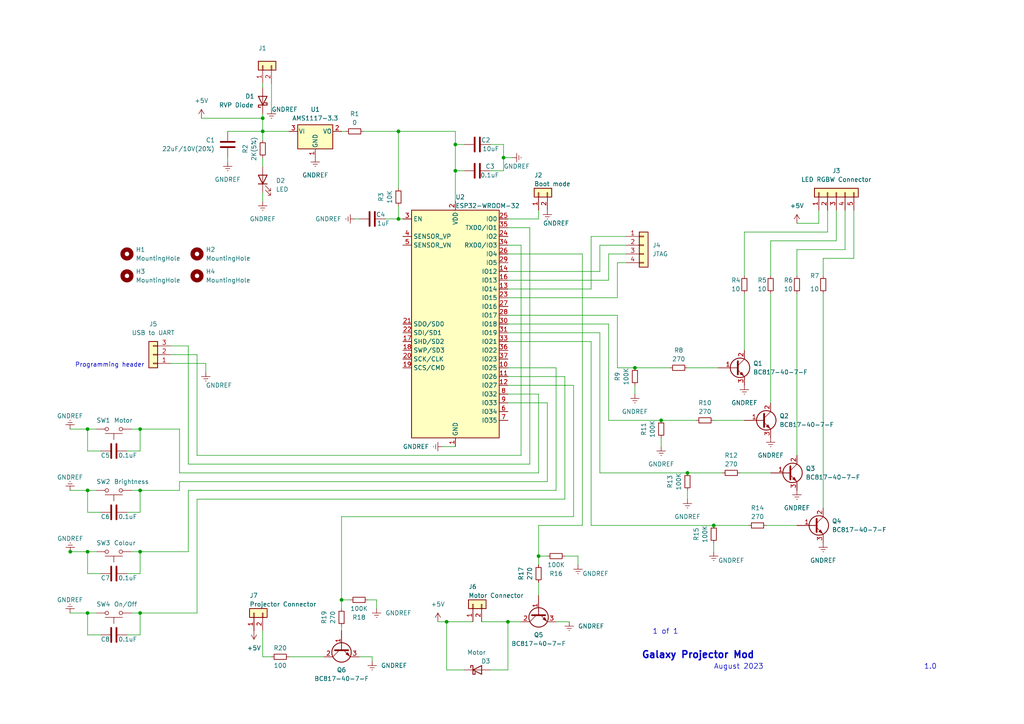
<source format=kicad_sch>
(kicad_sch (version 20211123) (generator eeschema)
  (paper "A4")
  (lib_symbols
    (symbol "Connector_Generic:Conn_01x02" (pin_names (offset 1.016) hide)
      (property "Reference" "J" (at 0 2.54 0))
      (property "Value" "Conn_01x02" (at 0 -5.08 0))
      (symbol "Conn_01x02_1_1"
        (rectangle (start -1.27 -2.413) (end 0 -2.667) (stroke (width 0.1524)))
        (rectangle (start -1.27 0.127) (end 0 -0.127) (stroke (width 0.1524)))
        (rectangle (start -1.27 1.27) (end 1.27 -3.81) (stroke (width 0.254)) (fill (type background)))
        (pin passive line (at -5.08 0 0) (length 3.81) (name "Pin_1") (number "1"))
        (pin passive line (at -5.08 -2.54 0) (length 3.81) (name "Pin_2") (number "2"))
      )
    )
    (symbol "Connector_Generic:Conn_01x03" (pin_names (offset 1.016) hide)
      (property "Reference" "J" (at 0 5.08 0))
      (property "Value" "Conn_01x03" (at 0 -5.08 0))
      (symbol "Conn_01x03_1_1"
        (rectangle (start -1.27 -2.413) (end 0 -2.667) (stroke (width 0.1524)))
        (rectangle (start -1.27 0.127) (end 0 -0.127) (stroke (width 0.1524)))
        (rectangle (start -1.27 2.667) (end 0 2.413) (stroke (width 0.1524)))
        (rectangle (start -1.27 3.81) (end 1.27 -3.81) (stroke (width 0.254)) (fill (type background)))
        (pin passive line (at -5.08 2.54 0) (length 3.81) (name "Pin_1") (number "1"))
        (pin passive line (at -5.08 0 0) (length 3.81) (name "Pin_2") (number "2"))
        (pin passive line (at -5.08 -2.54 0) (length 3.81) (name "Pin_3") (number "3"))
      )
    )
    (symbol "Connector_Generic:Conn_01x04" (pin_names (offset 1.016) hide)
      (property "Reference" "J" (at 0 5.08 0))
      (property "Value" "Conn_01x04" (at 0 -7.62 0))
      (symbol "Conn_01x04_1_1"
        (rectangle (start -1.27 -4.953) (end 0 -5.207) (stroke (width 0.1524)))
        (rectangle (start -1.27 -2.413) (end 0 -2.667) (stroke (width 0.1524)))
        (rectangle (start -1.27 0.127) (end 0 -0.127) (stroke (width 0.1524)))
        (rectangle (start -1.27 2.667) (end 0 2.413) (stroke (width 0.1524)))
        (rectangle (start -1.27 3.81) (end 1.27 -6.35) (stroke (width 0.254)) (fill (type background)))
        (pin passive line (at -5.08 2.54 0) (length 3.81) (name "Pin_1") (number "1"))
        (pin passive line (at -5.08 0 0) (length 3.81) (name "Pin_2") (number "2"))
        (pin passive line (at -5.08 -2.54 0) (length 3.81) (name "Pin_3") (number "3"))
        (pin passive line (at -5.08 -5.08 0) (length 3.81) (name "Pin_4") (number "4"))
      )
    )
    (symbol "Connector_Generic:Conn_01x05" (pin_names (offset 1.016) hide)
      (property "Reference" "J" (at 0 7.62 0))
      (property "Value" "Conn_01x05" (at 0 -7.62 0))
      (symbol "Conn_01x05_1_1"
        (rectangle (start -1.27 -4.953) (end 0 -5.207) (stroke (width 0.1524)))
        (rectangle (start -1.27 -2.413) (end 0 -2.667) (stroke (width 0.1524)))
        (rectangle (start -1.27 0.127) (end 0 -0.127) (stroke (width 0.1524)))
        (rectangle (start -1.27 2.667) (end 0 2.413) (stroke (width 0.1524)))
        (rectangle (start -1.27 5.207) (end 0 4.953) (stroke (width 0.1524)))
        (rectangle (start -1.27 6.35) (end 1.27 -6.35) (stroke (width 0.254)) (fill (type background)))
        (pin passive line (at -5.08 5.08 0) (length 3.81) (name "Pin_1") (number "1"))
        (pin passive line (at -5.08 2.54 0) (length 3.81) (name "Pin_2") (number "2"))
        (pin passive line (at -5.08 0 0) (length 3.81) (name "Pin_3") (number "3"))
        (pin passive line (at -5.08 -2.54 0) (length 3.81) (name "Pin_4") (number "4"))
        (pin passive line (at -5.08 -5.08 0) (length 3.81) (name "Pin_5") (number "5"))
      )
    )
    (symbol "Device:C" (pin_numbers hide) (pin_names (offset 0.254))
      (property "Reference" "C" (at 0.635 2.54 0))
      (property "Value" "C" (at 0.635 -2.54 0))
      (symbol "C_0_1"
        (polyline (pts (xy -2.032 -0.762) (xy 2.032 -0.762)) (stroke (width 0.508)))
        (polyline (pts (xy -2.032 0.762) (xy 2.032 0.762)) (stroke (width 0.508)))
      )
      (symbol "C_1_1"
        (pin passive line (at 0 3.81 270) (length 2.794) (name "~") (number "1"))
        (pin passive line (at 0 -3.81 90) (length 2.794) (name "~") (number "2"))
      )
    )
    (symbol "Device:D_Schottky" (pin_numbers hide) (pin_names (offset 1.016) hide)
      (property "Reference" "D" (at 0 2.54 0))
      (property "Value" "D_Schottky" (at 0 -2.54 0))
      (symbol "D_Schottky_0_1"
        (polyline (pts (xy 1.27 0) (xy -1.27 0)))
        (polyline (pts (xy 1.27 1.27) (xy 1.27 -1.27) (xy -1.27 0) (xy 1.27 1.27)) (stroke (width 0.254)))
        (polyline (pts (xy -1.905 0.635) (xy -1.905 1.27) (xy -1.27 1.27) (xy -1.27 -1.27) (xy -0.635 -1.27) (xy -0.635 -0.635)) (stroke (width 0.254)))
      )
      (symbol "D_Schottky_1_1"
        (pin passive line (at -3.81 0 0) (length 2.54) (name "K") (number "1"))
        (pin passive line (at 3.81 0 180) (length 2.54) (name "A") (number "2"))
      )
    )
    (symbol "Device:LED" (pin_numbers hide) (pin_names (offset 1.016) hide)
      (property "Reference" "D" (at 0 2.54 0))
      (property "Value" "LED" (at 0 -2.54 0))
      (symbol "LED_0_1"
        (polyline (pts (xy -1.27 -1.27) (xy -1.27 1.27)) (stroke (width 0.254)))
        (polyline (pts (xy -1.27 0) (xy 1.27 0)))
        (polyline (pts (xy 1.27 -1.27) (xy 1.27 1.27) (xy -1.27 0) (xy 1.27 -1.27)) (stroke (width 0.254)))
        (polyline (pts (xy -3.048 -0.762) (xy -4.572 -2.286) (xy -3.81 -2.286) (xy -4.572 -2.286) (xy -4.572 -1.524)))
        (polyline (pts (xy -1.778 -0.762) (xy -3.302 -2.286) (xy -2.54 -2.286) (xy -3.302 -2.286) (xy -3.302 -1.524)))
      )
      (symbol "LED_1_1"
        (pin passive line (at -3.81 0 0) (length 2.54) (name "K") (number "1"))
        (pin passive line (at 3.81 0 180) (length 2.54) (name "A") (number "2"))
      )
    )
    (symbol "Device:R_Small" (pin_numbers hide) (pin_names (offset 0.254) hide)
      (property "Reference" "R" (at 0.762 0.508 0))
      (property "Value" "R_Small" (at 0.762 -1.016 0))
      (symbol "R_Small_0_1"
        (rectangle (start -0.762 1.778) (end 0.762 -1.778) (stroke (width 0.2032)))
      )
      (symbol "R_Small_1_1"
        (pin passive line (at 0 2.54 270) (length 0.762) (name "~") (number "1"))
        (pin passive line (at 0 -2.54 90) (length 0.762) (name "~") (number "2"))
      )
    )
    (symbol "Mechanical:MountingHole" (pin_names (offset 1.016))
      (property "Reference" "H" (at 0 5.08 0))
      (property "Value" "MountingHole" (at 0 3.175 0))
      (symbol "MountingHole_0_1"
        (circle (center 0 0) (radius 1.27) (stroke (width 1.27)))
      )
    )
    (symbol "RF_Module:ESP32-WROOM-32"
      (property "Reference" "U" (at -12.7 34.29 0))
      (property "Value" "ESP32-WROOM-32" (at 1.27 34.29 0))
      (symbol "ESP32-WROOM-32_0_1"
        (rectangle (start -12.7 33.02) (end 12.7 -33.02) (stroke (width 0.254)) (fill (type background)))
      )
      (symbol "ESP32-WROOM-32_1_1"
        (pin power_in line (at 0 -35.56 90) (length 2.54) (name "GND") (number "1"))
        (pin bidirectional line (at 15.24 -12.7 180) (length 2.54) (name "IO25") (number "10"))
        (pin bidirectional line (at 15.24 -15.24 180) (length 2.54) (name "IO26") (number "11"))
        (pin bidirectional line (at 15.24 -17.78 180) (length 2.54) (name "IO27") (number "12"))
        (pin bidirectional line (at 15.24 10.16 180) (length 2.54) (name "IO14") (number "13"))
        (pin bidirectional line (at 15.24 15.24 180) (length 2.54) (name "IO12") (number "14"))
        (pin passive line (at 0 -35.56 90) (length 2.54) hide (name "GND") (number "15"))
        (pin bidirectional line (at 15.24 12.7 180) (length 2.54) (name "IO13") (number "16"))
        (pin bidirectional line (at -15.24 -5.08 0) (length 2.54) (name "SHD/SD2") (number "17"))
        (pin bidirectional line (at -15.24 -7.62 0) (length 2.54) (name "SWP/SD3") (number "18"))
        (pin bidirectional line (at -15.24 -12.7 0) (length 2.54) (name "SCS/CMD") (number "19"))
        (pin power_in line (at 0 35.56 270) (length 2.54) (name "VDD") (number "2"))
        (pin bidirectional line (at -15.24 -10.16 0) (length 2.54) (name "SCK/CLK") (number "20"))
        (pin bidirectional line (at -15.24 0 0) (length 2.54) (name "SDO/SD0") (number "21"))
        (pin bidirectional line (at -15.24 -2.54 0) (length 2.54) (name "SDI/SD1") (number "22"))
        (pin bidirectional line (at 15.24 7.62 180) (length 2.54) (name "IO15") (number "23"))
        (pin bidirectional line (at 15.24 25.4 180) (length 2.54) (name "IO2") (number "24"))
        (pin bidirectional line (at 15.24 30.48 180) (length 2.54) (name "IO0") (number "25"))
        (pin bidirectional line (at 15.24 20.32 180) (length 2.54) (name "IO4") (number "26"))
        (pin bidirectional line (at 15.24 5.08 180) (length 2.54) (name "IO16") (number "27"))
        (pin bidirectional line (at 15.24 2.54 180) (length 2.54) (name "IO17") (number "28"))
        (pin bidirectional line (at 15.24 17.78 180) (length 2.54) (name "IO5") (number "29"))
        (pin input line (at -15.24 30.48 0) (length 2.54) (name "EN") (number "3"))
        (pin bidirectional line (at 15.24 0 180) (length 2.54) (name "IO18") (number "30"))
        (pin bidirectional line (at 15.24 -2.54 180) (length 2.54) (name "IO19") (number "31"))
        (pin no_connect line (at -12.7 -27.94 0) (length 2.54) hide (name "NC") (number "32"))
        (pin bidirectional line (at 15.24 -5.08 180) (length 2.54) (name "IO21") (number "33"))
        (pin bidirectional line (at 15.24 22.86 180) (length 2.54) (name "RXD0/IO3") (number "34"))
        (pin bidirectional line (at 15.24 27.94 180) (length 2.54) (name "TXD0/IO1") (number "35"))
        (pin bidirectional line (at 15.24 -7.62 180) (length 2.54) (name "IO22") (number "36"))
        (pin bidirectional line (at 15.24 -10.16 180) (length 2.54) (name "IO23") (number "37"))
        (pin passive line (at 0 -35.56 90) (length 2.54) hide (name "GND") (number "38"))
        (pin passive line (at 0 -35.56 90) (length 2.54) hide (name "GND") (number "39"))
        (pin input line (at -15.24 25.4 0) (length 2.54) (name "SENSOR_VP") (number "4"))
        (pin input line (at -15.24 22.86 0) (length 2.54) (name "SENSOR_VN") (number "5"))
        (pin input line (at 15.24 -25.4 180) (length 2.54) (name "IO34") (number "6"))
        (pin input line (at 15.24 -27.94 180) (length 2.54) (name "IO35") (number "7"))
        (pin bidirectional line (at 15.24 -20.32 180) (length 2.54) (name "IO32") (number "8"))
        (pin bidirectional line (at 15.24 -22.86 180) (length 2.54) (name "IO33") (number "9"))
      )
    )
    (symbol "Regulator_Linear:AMS1117-3.3" (pin_names (offset 0.254))
      (property "Reference" "U" (at -3.81 3.175 0))
      (property "Value" "AMS1117-3.3" (at 0 3.175 0))
      (symbol "AMS1117-3.3_0_1"
        (rectangle (start -5.08 -5.08) (end 5.08 1.905) (stroke (width 0.254)) (fill (type background)))
      )
      (symbol "AMS1117-3.3_1_1"
        (pin power_in line (at 0 -7.62 90) (length 2.54) (name "GND") (number "1"))
        (pin power_out line (at 7.62 0 180) (length 2.54) (name "VO") (number "2"))
        (pin power_in line (at -7.62 0 0) (length 2.54) (name "VI") (number "3"))
      )
    )
    (symbol "Switch:SW_Push" (pin_numbers hide) (pin_names (offset 1.016) hide)
      (property "Reference" "SW" (at 1.27 2.54 0))
      (property "Value" "SW_Push" (at 0 -1.524 0))
      (symbol "SW_Push_0_1"
        (circle (center -2.032 0) (radius 0.508))
        (polyline (pts (xy 0 1.27) (xy 0 3.048)))
        (polyline (pts (xy 2.54 1.27) (xy -2.54 1.27)))
        (circle (center 2.032 0) (radius 0.508))
        (pin passive line (at -5.08 0 0) (length 2.54) (name "1") (number "1"))
        (pin passive line (at 5.08 0 180) (length 2.54) (name "2") (number "2"))
      )
    )
    (symbol "Transistor_BJT:BCP56" (pin_names (offset 0) hide)
      (property "Reference" "Q" (at 5.08 1.905 0))
      (property "Value" "BCP56" (at 5.08 0 0))
      (symbol "BCP56_0_1"
        (polyline (pts (xy 0.635 0.635) (xy 2.54 2.54)))
        (polyline (pts (xy 0.635 -0.635) (xy 2.54 -2.54) (xy 2.54 -2.54)))
        (polyline (pts (xy 0.635 1.905) (xy 0.635 -1.905) (xy 0.635 -1.905)) (stroke (width 0.508)))
        (polyline (pts (xy 1.27 -1.778) (xy 1.778 -1.27) (xy 2.286 -2.286) (xy 1.27 -1.778) (xy 1.27 -1.778)) (fill (type outline)))
        (circle (center 1.27 0) (radius 2.8194) (stroke (width 0.254)))
      )
      (symbol "BCP56_1_1"
        (pin input line (at -5.08 0 0) (length 5.715) (name "B") (number "1"))
        (pin passive line (at 2.54 5.08 270) (length 2.54) (name "C") (number "2"))
        (pin passive line (at 2.54 -5.08 90) (length 2.54) (name "E") (number "3"))
        (pin passive line (at 2.54 5.08 270) (length 2.54) hide (name "C") (number "4"))
      )
    )
    (symbol "power:+5V" (power) (pin_names (offset 0))
      (property "Value" "+5V" (at 0 3.556 0))
      (symbol "+5V_0_1"
        (polyline (pts (xy -0.762 1.27) (xy 0 2.54)))
        (polyline (pts (xy 0 0) (xy 0 2.54)))
        (polyline (pts (xy 0 2.54) (xy 0.762 1.27)))
      )
      (symbol "+5V_1_1"
        (pin power_in line (at 0 0 90) (length 0) hide (name "+5V") (number "1"))
      )
    )
    (symbol "power:GNDREF" (power) (pin_names (offset 0))
      (property "Value" "GNDREF" (at 0 -3.81 0))
      (symbol "GNDREF_0_1"
        (polyline (pts (xy -0.635 -1.905) (xy 0.635 -1.905)))
        (polyline (pts (xy -0.127 -2.54) (xy 0.127 -2.54)))
        (polyline (pts (xy 0 -1.27) (xy 0 0)))
        (polyline (pts (xy 1.27 -1.27) (xy -1.27 -1.27)))
      )
      (symbol "GNDREF_1_1"
        (pin power_in line (at 0 0 270) (length 0) hide (name "GNDREF") (number "1"))
      )
    )
  )
  (junction (at 156.21 161.29))
  (junction (at 132.08 41.91))
  (junction (at 25.4 124.46))
  (junction (at 25.4 160.02))
  (junction (at 129.54 180.34))
  (junction (at 147.32 180.34))
  (junction (at 146.05 45.72))
  (junction (at 40.64 160.02))
  (junction (at 207.01 152.4))
  (junction (at 76.2 34.29))
  (junction (at 99.06 173.99))
  (junction (at 76.2 38.1))
  (junction (at 199.39 137.16))
  (junction (at 25.4 142.24))
  (junction (at 191.77 121.92))
  (junction (at 40.64 142.24))
  (junction (at 40.64 124.46))
  (junction (at 184.15 106.68))
  (junction (at 40.64 177.8))
  (junction (at 115.57 63.5))
  (junction (at 20.3834 160.02))
  (junction (at 25.4 177.8))
  (junction (at 132.08 49.53))
  (junction (at 115.57 38.1))
  (wire (pts (xy 38.1 177.8) (xy 40.64 177.8)))
  (wire (pts (xy 215.9 85.09) (xy 215.9 101.6)))
  (wire (pts (xy 168.91 73.66) (xy 168.91 152.4)))
  (wire (pts (xy 156.21 114.3) (xy 156.21 137.16)))
  (wire (pts (xy 76.2 24.13) (xy 76.2 25.4)))
  (wire (pts (xy 147.32 91.44) (xy 179.07 91.44)))
  (wire (pts (xy 199.39 137.16) (xy 209.55 137.16)))
  (wire (pts (xy 242.57 60.96) (xy 242.57 69.85)))
  (wire (pts (xy 176.53 121.92) (xy 191.77 121.92)))
  (wire (pts (xy 179.07 91.44) (xy 179.07 106.68)))
  (wire (pts (xy 142.24 41.91) (xy 146.05 41.91)))
  (wire (pts (xy 76.2 38.1) (xy 76.2 40.64)))
  (wire (pts (xy 38.1 124.46) (xy 40.64 124.46)))
  (wire (pts (xy 76.2 34.29) (xy 76.2 38.1)))
  (wire (pts (xy 207.01 121.92) (xy 215.9 121.92)))
  (wire (pts (xy 156.21 161.29) (xy 158.75 161.29)))
  (wire (pts (xy 158.75 116.84) (xy 158.75 139.7)))
  (wire (pts (xy 76.2 38.1) (xy 83.82 38.1)))
  (wire (pts (xy 176.53 81.28) (xy 176.53 73.66)))
  (wire (pts (xy 66.04 38.1) (xy 76.2 38.1)))
  (wire (pts (xy 199.39 142.24) (xy 199.39 144.78)))
  (wire (pts (xy 199.39 106.68) (xy 208.28 106.68)))
  (wire (pts (xy 147.32 114.3) (xy 156.21 114.3)))
  (wire (pts (xy 25.4 184.15) (xy 25.4 177.8)))
  (wire (pts (xy 25.4 124.46) (xy 27.94 124.46)))
  (wire (pts (xy 54.61 142.24) (xy 54.61 160.02)))
  (wire (pts (xy 147.32 81.28) (xy 176.53 81.28)))
  (wire (pts (xy 153.67 66.04) (xy 153.67 134.62)))
  (wire (pts (xy 223.52 85.09) (xy 223.52 116.84)))
  (wire (pts (xy 99.06 38.1) (xy 100.33 38.1)))
  (wire (pts (xy 38.1 160.02) (xy 40.64 160.02)))
  (wire (pts (xy 66.04 45.72) (xy 66.04 46.99)))
  (wire (pts (xy 168.91 152.4) (xy 156.21 152.4)))
  (wire (pts (xy 156.21 152.4) (xy 156.21 161.29)))
  (wire (pts (xy 132.08 38.1) (xy 132.08 41.91)))
  (wire (pts (xy 40.64 142.24) (xy 52.07 142.24)))
  (wire (pts (xy 78.74 24.13) (xy 78.74 31.75)))
  (wire (pts (xy 237.49 60.96) (xy 237.49 64.77)))
  (wire (pts (xy 132.08 49.53) (xy 134.62 49.53)))
  (wire (pts (xy 207.01 152.4) (xy 217.17 152.4)))
  (wire (pts (xy 147.32 86.36) (xy 179.07 86.36)))
  (wire (pts (xy 40.64 142.24) (xy 40.64 148.59)))
  (wire (pts (xy 20.32 160.02) (xy 20.3834 160.02)))
  (wire (pts (xy 231.14 85.09) (xy 231.14 132.08)))
  (wire (pts (xy 147.32 63.5) (xy 156.21 63.5)))
  (wire (pts (xy 40.64 166.37) (xy 36.83 166.37)))
  (wire (pts (xy 59.69 107.95) (xy 59.69 105.41)))
  (wire (pts (xy 20.3834 160.02) (xy 25.4 160.02)))
  (wire (pts (xy 99.06 173.99) (xy 101.6 173.99)))
  (wire (pts (xy 25.4 142.24) (xy 27.94 142.24)))
  (wire (pts (xy 146.05 49.53) (xy 142.24 49.53)))
  (wire (pts (xy 20.32 142.24) (xy 25.4 142.24)))
  (wire (pts (xy 153.67 134.62) (xy 54.61 134.62)))
  (wire (pts (xy 147.32 194.31) (xy 142.24 194.31)))
  (wire (pts (xy 115.57 59.69) (xy 115.57 63.5)))
  (wire (pts (xy 238.76 85.09) (xy 238.76 147.32)))
  (wire (pts (xy 76.2 45.72) (xy 76.2 48.26)))
  (wire (pts (xy 49.53 100.33) (xy 54.61 100.33)))
  (wire (pts (xy 128.27 129.54) (xy 132.08 129.54)))
  (wire (pts (xy 76.2 55.88) (xy 76.2 58.42)))
  (wire (pts (xy 146.05 45.72) (xy 146.05 49.53)))
  (wire (pts (xy 173.99 96.52) (xy 173.99 137.16)))
  (wire (pts (xy 109.22 173.99) (xy 106.68 173.99)))
  (wire (pts (xy 52.07 137.16) (xy 156.21 137.16)))
  (wire (pts (xy 76.2 33.02) (xy 76.2 34.29)))
  (wire (pts (xy 107.95 190.5) (xy 107.95 191.77)))
  (wire (pts (xy 20.32 124.46) (xy 25.4 124.46)))
  (wire (pts (xy 207.01 157.48) (xy 207.01 160.02)))
  (wire (pts (xy 78.74 190.5) (xy 76.2 190.5)))
  (wire (pts (xy 163.83 161.29) (xy 167.64 161.29)))
  (wire (pts (xy 99.06 149.86) (xy 166.37 149.86)))
  (wire (pts (xy 163.83 144.78) (xy 57.15 144.78)))
  (wire (pts (xy 40.64 184.15) (xy 36.83 184.15)))
  (wire (pts (xy 179.07 106.68) (xy 184.15 106.68)))
  (wire (pts (xy 29.21 130.81) (xy 25.4 130.81)))
  (wire (pts (xy 184.15 111.76) (xy 184.15 114.3)))
  (wire (pts (xy 29.21 184.15) (xy 25.4 184.15)))
  (wire (pts (xy 147.32 66.04) (xy 153.67 66.04)))
  (wire (pts (xy 40.64 160.02) (xy 54.61 160.02)))
  (wire (pts (xy 147.32 111.76) (xy 166.37 111.76)))
  (wire (pts (xy 146.05 41.91) (xy 146.05 45.72)))
  (wire (pts (xy 231.14 72.39) (xy 231.14 80.01)))
  (wire (pts (xy 158.75 139.7) (xy 52.07 139.7)))
  (wire (pts (xy 102.87 63.5) (xy 104.14 63.5)))
  (wire (pts (xy 40.64 148.59) (xy 36.83 148.59)))
  (wire (pts (xy 147.32 109.22) (xy 163.83 109.22)))
  (wire (pts (xy 173.99 71.12) (xy 181.61 71.12)))
  (wire (pts (xy 57.15 132.08) (xy 151.13 132.08)))
  (wire (pts (xy 99.06 181.61) (xy 99.06 182.88)))
  (wire (pts (xy 40.64 160.02) (xy 40.64 166.37)))
  (wire (pts (xy 156.21 161.29) (xy 156.21 163.83)))
  (wire (pts (xy 58.42 34.29) (xy 76.2 34.29)))
  (wire (pts (xy 161.29 142.24) (xy 54.61 142.24)))
  (wire (pts (xy 20.32 177.8) (xy 25.4 177.8)))
  (wire (pts (xy 146.05 45.72) (xy 148.59 45.72)))
  (wire (pts (xy 132.08 49.53) (xy 132.08 58.42)))
  (wire (pts (xy 176.53 73.66) (xy 181.61 73.66)))
  (wire (pts (xy 139.7 180.34) (xy 147.32 180.34)))
  (wire (pts (xy 40.64 177.8) (xy 40.64 184.15)))
  (wire (pts (xy 25.4 148.59) (xy 25.4 142.24)))
  (wire (pts (xy 129.54 180.34) (xy 137.16 180.34)))
  (wire (pts (xy 171.45 68.58) (xy 181.61 68.58)))
  (wire (pts (xy 147.32 73.66) (xy 168.91 73.66)))
  (wire (pts (xy 99.06 149.86) (xy 99.06 173.99)))
  (wire (pts (xy 127 180.34) (xy 129.54 180.34)))
  (wire (pts (xy 29.21 166.37) (xy 25.4 166.37)))
  (wire (pts (xy 40.64 124.46) (xy 52.07 124.46)))
  (wire (pts (xy 176.53 93.98) (xy 176.53 121.92)))
  (wire (pts (xy 132.08 41.91) (xy 134.62 41.91)))
  (wire (pts (xy 147.32 116.84) (xy 158.75 116.84)))
  (wire (pts (xy 25.4 160.02) (xy 27.94 160.02)))
  (wire (pts (xy 76.2 190.5) (xy 76.2 182.88)))
  (wire (pts (xy 247.65 74.93) (xy 247.65 60.96)))
  (wire (pts (xy 52.07 139.7) (xy 52.07 142.24)))
  (wire (pts (xy 245.11 72.39) (xy 231.14 72.39)))
  (wire (pts (xy 147.32 180.34) (xy 147.32 194.31)))
  (wire (pts (xy 179.07 86.36) (xy 179.07 76.2)))
  (wire (pts (xy 54.61 100.33) (xy 54.61 134.62)))
  (wire (pts (xy 222.25 152.4) (xy 231.14 152.4)))
  (wire (pts (xy 147.32 78.74) (xy 173.99 78.74)))
  (wire (pts (xy 99.06 176.53) (xy 99.06 173.99)))
  (wire (pts (xy 171.45 83.82) (xy 171.45 68.58)))
  (wire (pts (xy 104.14 190.5) (xy 107.95 190.5)))
  (wire (pts (xy 93.98 190.5) (xy 83.82 190.5)))
  (wire (pts (xy 237.49 64.77) (xy 231.14 64.77)))
  (wire (pts (xy 111.76 63.5) (xy 115.57 63.5)))
  (wire (pts (xy 171.45 99.06) (xy 171.45 152.4)))
  (wire (pts (xy 115.57 38.1) (xy 132.08 38.1)))
  (wire (pts (xy 184.15 106.68) (xy 194.31 106.68)))
  (wire (pts (xy 173.99 137.16) (xy 199.39 137.16)))
  (wire (pts (xy 147.32 71.12) (xy 151.13 71.12)))
  (wire (pts (xy 223.52 80.01) (xy 223.52 69.85)))
  (wire (pts (xy 245.11 60.96) (xy 245.11 72.39)))
  (wire (pts (xy 173.99 78.74) (xy 173.99 71.12)))
  (wire (pts (xy 25.4 166.37) (xy 25.4 160.02)))
  (wire (pts (xy 171.45 152.4) (xy 207.01 152.4)))
  (wire (pts (xy 132.08 41.91) (xy 132.08 49.53)))
  (wire (pts (xy 29.21 148.59) (xy 25.4 148.59)))
  (wire (pts (xy 191.77 121.92) (xy 201.93 121.92)))
  (wire (pts (xy 129.54 194.31) (xy 134.62 194.31)))
  (wire (pts (xy 238.76 80.01) (xy 238.76 74.93)))
  (wire (pts (xy 240.03 67.31) (xy 215.9 67.31)))
  (wire (pts (xy 49.53 105.41) (xy 59.69 105.41)))
  (wire (pts (xy 240.03 60.96) (xy 240.03 67.31)))
  (wire (pts (xy 40.64 130.81) (xy 36.83 130.81)))
  (wire (pts (xy 166.37 111.76) (xy 166.37 149.86)))
  (wire (pts (xy 151.13 71.12) (xy 151.13 132.08)))
  (wire (pts (xy 49.53 102.87) (xy 57.15 102.87)))
  (wire (pts (xy 147.32 106.68) (xy 161.29 106.68)))
  (wire (pts (xy 161.29 180.34) (xy 165.1 180.34)))
  (wire (pts (xy 25.4 177.8) (xy 27.94 177.8)))
  (wire (pts (xy 52.07 124.46) (xy 52.07 137.16)))
  (wire (pts (xy 40.64 124.46) (xy 40.64 130.81)))
  (wire (pts (xy 161.29 106.68) (xy 161.29 142.24)))
  (wire (pts (xy 115.57 38.1) (xy 115.57 54.61)))
  (wire (pts (xy 25.4 130.81) (xy 25.4 124.46)))
  (wire (pts (xy 147.32 96.52) (xy 173.99 96.52)))
  (wire (pts (xy 57.15 144.78) (xy 57.15 177.8)))
  (wire (pts (xy 40.64 177.8) (xy 57.15 177.8)))
  (wire (pts (xy 191.77 127) (xy 191.77 129.54)))
  (wire (pts (xy 38.1 142.24) (xy 40.64 142.24)))
  (wire (pts (xy 223.52 69.85) (xy 242.57 69.85)))
  (wire (pts (xy 115.57 63.5) (xy 116.84 63.5)))
  (wire (pts (xy 215.9 67.31) (xy 215.9 80.01)))
  (wire (pts (xy 57.15 102.87) (xy 57.15 132.08)))
  (wire (pts (xy 129.54 180.34) (xy 129.54 194.31)))
  (wire (pts (xy 214.63 137.16) (xy 223.52 137.16)))
  (wire (pts (xy 151.13 180.34) (xy 147.32 180.34)))
  (wire (pts (xy 163.83 109.22) (xy 163.83 144.78)))
  (wire (pts (xy 109.22 176.53) (xy 109.22 173.99)))
  (wire (pts (xy 147.32 93.98) (xy 176.53 93.98)))
  (wire (pts (xy 147.32 99.06) (xy 171.45 99.06)))
  (wire (pts (xy 156.21 172.72) (xy 156.21 168.91)))
  (wire (pts (xy 147.32 83.82) (xy 171.45 83.82)))
  (wire (pts (xy 179.07 76.2) (xy 181.61 76.2)))
  (wire (pts (xy 156.21 63.5) (xy 156.21 60.96)))
  (wire (pts (xy 105.41 38.1) (xy 115.57 38.1)))
  (wire (pts (xy 167.64 161.29) (xy 167.64 163.83)))
  (wire (pts (xy 238.76 74.93) (xy 247.65 74.93)))
  (text "1.0" (at 267.97 194.31 0) (effects (font (size 1.5 1.5)) (justify left bottom)))
  (text "Galaxy Projector Mod" (at 186.0228 191.2366 0) (effects (font (size 2 2) (thickness 0.4) bold) (justify left bottom)))
  (text "1 of 1" (at 189.23 184.15 0) (effects (font (size 1.5 1.5)) (justify left bottom)))
  (text "August 2023" (at 207.01 194.31 0) (effects (font (size 1.5 1.5)) (justify left bottom)))
  (text "Programming header" (at 41.91 106.68 180) (effects (font (size 1.27 1.27)) (justify right bottom)))
  (symbol (lib_id "Device:R_Small") (at 212.09 137.16 90) (unit 1)
    (property "Reference" "R12" (at 212.09 132.08 90))
    (property "Value" "270" (at 212.09 134.62 90))
    (property "Footprint" "Resistor_SMD:R_0805_2012Metric_Pad1.20x1.40mm_HandSolder" (effects hide))
  )
  (symbol (lib_id "Transistor_BJT:BCP56") (at 213.36 106.68 0) (unit 1)
    (property "Reference" "Q1" (at 218.44 105.4099 0) (effects (justify left)))
    (property "Value" "BC817-40-7-F" (at 218.44 107.9499 0) (effects (justify left)))
    (property "Footprint" "Package_TO_SOT_SMD:SOT-23" (effects hide))
    (property "Datasheet" "https://www.digikey.co.uk/en/products/detail/diodes-incorporated/BC817-40-7-F/814998" (effects hide))
  )
  (symbol (lib_id "RF_Module:ESP32-WROOM-32") (at 132.08 93.98 0) (unit 1)
    (property "Reference" "U2" (at 132.08 57.15 0) (effects (justify left)))
    (property "Value" "ESP32-WROOM-32" (at 132.08 59.69 0) (effects (justify left)))
    (property "Footprint" "RF_Module:ESP32-WROOM-32" (effects hide))
    (property "Datasheet" "https://www.espressif.com/sites/default/files/documentation/esp32-wroom-32_datasheet_en.pdf" (effects hide))
  )
  (symbol (lib_id "power:GNDREF") (at 20.32 177.8 180) (unit 1)
    (property "Reference" "#PWR025" (effects hide))
    (property "Value" "GNDREF" (at 16.51 173.99 0) (effects (justify right)))
  )
  (symbol (lib_id "power:GNDREF") (at 165.1 180.34 0) (unit 1)
    (property "Reference" "#PWR027" (effects hide))
    (property "Value" "GNDREF" (at 167.64 181.6099 0) (effects (justify left)))
  )
  (symbol (lib_id "Device:R_Small") (at 231.14 82.55 0) (unit 1)
    (property "Reference" "R6" (at 227.33 81.28 0) (effects (justify left)))
    (property "Value" "10" (at 227.33 83.82 0) (effects (justify left)))
    (property "Footprint" "Resistor_SMD:R_2512_6332Metric_Pad1.40x3.35mm_HandSolder" (effects hide))
  )
  (symbol (lib_id "Mechanical:MountingHole") (at 57.15 73.66 0) (unit 1)
    (property "Reference" "H2" (at 59.69 72.3899 0) (effects (justify left)))
    (property "Value" "MountingHole" (at 59.69 74.9299 0) (effects (justify left)))
    (property "Footprint" "MountingHole:MountingHole_2mm" (effects hide))
  )
  (symbol (lib_id "Connector_Generic:Conn_01x05") (at 242.57 55.88 90) (unit 1)
    (property "Reference" "J3" (at 242.57 49.53 90))
    (property "Value" "LED RGBW Connector" (at 242.57 52.07 90))
    (property "Footprint" "Connector_PinHeader_2.54mm:PinHeader_1x05_P2.54mm_Vertical" (effects hide))
  )
  (symbol (lib_id "Device:C") (at 33.02 184.15 270) (unit 1)
    (property "Reference" "C8" (at 29.21 185.42 90) (effects (justify left)))
    (property "Value" "0.1uF" (at 34.29 185.42 90) (effects (justify left)))
    (property "Footprint" "Capacitor_SMD:C_0805_2012Metric" (effects hide))
  )
  (symbol (lib_id "power:GNDREF") (at 20.32 142.24 180) (unit 1)
    (property "Reference" "#PWR017" (effects hide))
    (property "Value" "GNDREF" (at 16.51 138.43 0) (effects (justify right)))
  )
  (symbol (lib_id "Transistor_BJT:BCP56") (at 156.21 177.8 90) (mirror x) (unit 1)
    (property "Reference" "Q5" (at 156.21 184.15 90))
    (property "Value" "BC817-40-7-F" (at 156.21 186.69 90))
    (property "Footprint" "Package_TO_SOT_SMD:SOT-23" (effects hide))
    (property "Datasheet" "https://www.digikey.co.uk/en/products/detail/diodes-incorporated/BC817-40-7-F/814998" (effects hide))
  )
  (symbol (lib_id "power:GNDREF") (at 78.74 31.75 0) (unit 1)
    (property "Reference" "#PWR01" (effects hide))
    (property "Value" "GNDREF" (at 82.55 31.75 0))
  )
  (symbol (lib_id "Regulator_Linear:AMS1117-3.3") (at 91.44 38.1 0) (unit 1)
    (property "Reference" "U1" (at 91.44 31.75 0))
    (property "Value" "AMS1117-3.3" (at 91.44 34.29 0))
    (property "Footprint" "Package_TO_SOT_SMD:SOT-223-3_TabPin2" (effects hide))
    (property "Datasheet" "http://www.advanced-monolithic.com/pdf/ds1117.pdf" (effects hide))
  )
  (symbol (lib_id "Connector_Generic:Conn_01x02") (at 76.2 19.05 90) (unit 1)
    (property "Reference" "J1" (at 74.93 13.97 90) (effects (justify right)))
    (property "Value" "Power Header" (effects hide))
    (property "Footprint" "Connector_PinHeader_2.54mm:PinHeader_1x02_P2.54mm_Vertical" (effects hide))
  )
  (symbol (lib_id "Transistor_BJT:BCP56") (at 220.98 121.92 0) (unit 1)
    (property "Reference" "Q2" (at 226.06 120.6499 0) (effects (justify left)))
    (property "Value" "BC817-40-7-F" (at 226.06 123.1899 0) (effects (justify left)))
    (property "Footprint" "Package_TO_SOT_SMD:SOT-23" (effects hide))
    (property "Datasheet" "https://www.digikey.co.uk/en/products/detail/diodes-incorporated/BC817-40-7-F/814998" (effects hide))
  )
  (symbol (lib_id "Transistor_BJT:BCP56") (at 236.22 152.4 0) (unit 1)
    (property "Reference" "Q4" (at 241.3 151.1299 0) (effects (justify left)))
    (property "Value" "BC817-40-7-F" (at 241.3 153.6699 0) (effects (justify left)))
    (property "Footprint" "Package_TO_SOT_SMD:SOT-23" (effects hide))
    (property "Datasheet" "https://www.digikey.co.uk/en/products/detail/diodes-incorporated/BC817-40-7-F/814998" (effects hide))
  )
  (symbol (lib_id "Device:R_Small") (at 223.52 82.55 0) (unit 1)
    (property "Reference" "R5" (at 219.71 81.28 0) (effects (justify left)))
    (property "Value" "10" (at 219.71 83.82 0) (effects (justify left)))
    (property "Footprint" "Resistor_SMD:R_2512_6332Metric_Pad1.40x3.35mm_HandSolder" (effects hide))
  )
  (symbol (lib_id "Device:R_Small") (at 191.77 124.46 180) (unit 1)
    (property "Reference" "R11" (at 186.69 124.46 90))
    (property "Value" "100K" (at 189.23 124.46 90))
    (property "Footprint" "Resistor_SMD:R_0805_2012Metric_Pad1.20x1.40mm_HandSolder" (effects hide))
  )
  (symbol (lib_id "Device:C") (at 33.02 130.81 270) (unit 1)
    (property "Reference" "C5" (at 29.21 132.08 90) (effects (justify left)))
    (property "Value" "0.1uF" (at 34.29 132.08 90) (effects (justify left)))
    (property "Footprint" "Capacitor_SMD:C_0805_2012Metric" (effects hide))
  )
  (symbol (lib_id "Device:R_Small") (at 104.14 173.99 270) (unit 1)
    (property "Reference" "R18" (at 104.14 179.07 90))
    (property "Value" "100K" (at 104.14 176.53 90))
    (property "Footprint" "Resistor_SMD:R_0805_2012Metric_Pad1.20x1.40mm_HandSolder" (effects hide))
  )
  (symbol (lib_id "power:GNDREF") (at 238.76 157.48 0) (unit 1)
    (property "Reference" "#PWR020" (effects hide))
    (property "Value" "GNDREF" (at 238.76 162.56 0))
  )
  (symbol (lib_id "Transistor_BJT:BCP56") (at 99.06 187.96 90) (mirror x) (unit 1)
    (property "Reference" "Q6" (at 99.06 194.31 90))
    (property "Value" "BC817-40-7-F" (at 99.06 196.85 90))
    (property "Footprint" "Package_TO_SOT_SMD:SOT-23" (effects hide))
    (property "Datasheet" "https://www.digikey.co.uk/en/products/detail/diodes-incorporated/BC817-40-7-F/814998" (effects hide))
  )
  (symbol (lib_id "Device:R_Small") (at 102.87 38.1 90) (unit 1)
    (property "Reference" "R1" (at 102.87 33.02 90))
    (property "Value" "0" (at 102.87 35.56 90))
    (property "Footprint" "Resistor_SMD:R_0805_2012Metric_Pad1.20x1.40mm_HandSolder" (effects hide))
  )
  (symbol (lib_id "power:GNDREF") (at 20.32 124.46 180) (unit 1)
    (property "Reference" "#PWR013" (effects hide))
    (property "Value" "GNDREF" (at 16.51 120.65 0) (effects (justify right)))
  )
  (symbol (lib_id "Device:R_Small") (at 199.39 139.7 180) (unit 1)
    (property "Reference" "R13" (at 194.31 139.7 90))
    (property "Value" "100K" (at 196.85 139.7 90))
    (property "Footprint" "Resistor_SMD:R_0805_2012Metric_Pad1.20x1.40mm_HandSolder" (effects hide))
  )
  (symbol (lib_id "Switch:SW_Push") (at 33.02 177.8 180) (unit 1)
    (property "Reference" "SW4" (at 27.94 175.26 0) (effects (justify right)))
    (property "Value" "On/Off" (at 33.02 175.26 0) (effects (justify right)))
    (property "Footprint" "Button_Switch_SMD:SW_Push_1P1T_NO_6x6mm_H9.5mm" (effects hide))
  )
  (symbol (lib_id "Connector_Generic:Conn_01x02") (at 156.21 55.88 90) (unit 1)
    (property "Reference" "J2" (at 154.94 50.8 90) (effects (justify right)))
    (property "Value" "Boot mode" (at 154.94 53.34 90) (effects (justify right)))
    (property "Footprint" "Jumper:SolderJumper-2_P1.3mm_Open_TrianglePad1.0x1.5mm" (effects hide))
  )
  (symbol (lib_id "power:GNDREF") (at 128.27 129.54 270) (unit 1)
    (property "Reference" "#PWR015" (effects hide))
    (property "Value" "GNDREF" (at 120.65 129.54 90))
  )
  (symbol (lib_id "power:+5V") (at 231.14 64.77 0) (unit 1)
    (property "Reference" "#PWR09" (effects hide))
    (property "Value" "+5V" (at 231.14 59.69 0))
  )
  (symbol (lib_id "power:GNDREF") (at 107.95 191.77 0) (unit 1)
    (property "Reference" "#PWR029" (effects hide))
    (property "Value" "GNDREF" (at 110.49 193.0399 0) (effects (justify left)))
  )
  (symbol (lib_id "power:+5V") (at 73.66 182.88 180) (unit 1)
    (property "Reference" "#PWR028" (effects hide))
    (property "Value" "+5V" (at 73.66 187.96 0))
  )
  (symbol (lib_id "Device:R_Small") (at 215.9 82.55 0) (unit 1)
    (property "Reference" "R4" (at 212.09 81.28 0) (effects (justify left)))
    (property "Value" "10" (at 212.09 83.82 0) (effects (justify left)))
    (property "Footprint" "Resistor_SMD:R_2512_6332Metric_Pad1.40x3.35mm_HandSolder" (effects hide))
  )
  (symbol (lib_id "Device:R_Small") (at 161.29 161.29 270) (unit 1)
    (property "Reference" "R16" (at 161.29 166.37 90))
    (property "Value" "100K" (at 161.29 163.83 90))
    (property "Footprint" "Resistor_SMD:R_0805_2012Metric_Pad1.20x1.40mm_HandSolder" (effects hide))
  )
  (symbol (lib_id "power:GNDREF") (at 199.39 144.78 0) (unit 1)
    (property "Reference" "#PWR019" (effects hide))
    (property "Value" "GNDREF" (at 199.39 149.86 0))
  )
  (symbol (lib_id "power:GNDREF") (at 66.04 46.99 0) (unit 1)
    (property "Reference" "#PWR05" (effects hide))
    (property "Value" "GNDREF" (at 66.04 52.07 0))
  )
  (symbol (lib_id "power:GNDREF") (at 148.59 45.72 90) (unit 1)
    (property "Reference" "#PWR04" (effects hide))
    (property "Value" "GNDREF" (at 153.67 48.26 90) (effects (justify left)))
  )
  (symbol (lib_id "power:GNDREF") (at 59.69 107.95 0) (unit 1)
    (property "Reference" "#PWR010" (effects hide))
    (property "Value" "GNDREF" (at 63.5 111.76 0))
  )
  (symbol (lib_id "power:GNDREF") (at 167.64 163.83 0) (unit 1)
    (property "Reference" "#PWR023" (effects hide))
    (property "Value" "GNDREF" (at 172.72 166.37 0))
  )
  (symbol (lib_id "Device:R_Small") (at 238.76 82.55 0) (unit 1)
    (property "Reference" "R7" (at 234.95 80.01 0) (effects (justify left)))
    (property "Value" "10" (at 234.95 83.82 0) (effects (justify left)))
    (property "Footprint" "Resistor_SMD:R_2512_6332Metric_Pad1.40x3.35mm_HandSolder" (effects hide))
  )
  (symbol (lib_id "Device:R_Small") (at 196.85 106.68 90) (unit 1)
    (property "Reference" "R8" (at 196.85 101.6 90))
    (property "Value" "270" (at 196.85 104.14 90))
    (property "Footprint" "Resistor_SMD:R_0805_2012Metric_Pad1.20x1.40mm_HandSolder" (effects hide))
  )
  (symbol (lib_id "power:GNDREF") (at 158.75 60.96 0) (unit 1)
    (property "Reference" "#PWR07" (effects hide))
    (property "Value" "GNDREF" (at 161.29 64.77 0))
  )
  (symbol (lib_id "Device:C") (at 33.02 148.59 270) (unit 1)
    (property "Reference" "C6" (at 29.21 149.86 90) (effects (justify left)))
    (property "Value" "0.1uF" (at 34.29 149.86 90) (effects (justify left)))
    (property "Footprint" "Capacitor_SMD:C_0805_2012Metric" (effects hide))
  )
  (symbol (lib_id "power:GNDREF") (at 91.44 45.72 0) (unit 1)
    (property "Reference" "#PWR03" (effects hide))
    (property "Value" "GNDREF" (at 91.44 50.8 0))
  )
  (symbol (lib_id "Connector_Generic:Conn_01x03") (at 44.45 102.87 180) (unit 1)
    (property "Reference" "J5" (at 44.45 93.98 0))
    (property "Value" "USB to UART" (at 44.45 96.52 0))
    (property "Footprint" "Jumper:SolderJumper-3_P1.3mm_Open_Pad1.0x1.5mm" (effects hide))
  )
  (symbol (lib_id "power:+5V") (at 127 180.34 0) (unit 1)
    (property "Reference" "#PWR026" (effects hide))
    (property "Value" "+5V" (at 127 175.26 0))
  )
  (symbol (lib_id "Mechanical:MountingHole") (at 36.83 80.01 0) (unit 1)
    (property "Reference" "H3" (at 39.37 78.7399 0) (effects (justify left)))
    (property "Value" "MountingHole" (at 39.37 81.2799 0) (effects (justify left)))
    (property "Footprint" "MountingHole:MountingHole_2.5mm" (effects hide))
  )
  (symbol (lib_id "power:GNDREF") (at 231.14 142.24 0) (unit 1)
    (property "Reference" "#PWR018" (effects hide))
    (property "Value" "GNDREF" (at 231.14 147.32 0))
  )
  (symbol (lib_id "Device:C") (at 66.04 41.91 0) (unit 1)
    (property "Reference" "C1" (at 59.69 40.64 0) (effects (justify left)))
    (property "Value" "22uF/10V(20%)" (at 46.99 43.18 0) (effects (justify left)))
    (property "Footprint" "Capacitor_SMD:C_0805_2012Metric" (effects hide))
    (property "Datasheet" "CL21A226MAYNNNE" (effects hide))
  )
  (symbol (lib_id "power:GNDREF") (at 76.2 58.42 0) (unit 1)
    (property "Reference" "#PWR06" (effects hide))
    (property "Value" "GNDREF" (at 76.2 63.5 0))
  )
  (symbol (lib_id "power:GNDREF") (at 109.22 176.53 0) (unit 1)
    (property "Reference" "#PWR024" (effects hide))
    (property "Value" "GNDREF" (at 111.76 177.7999 0) (effects (justify left)))
  )
  (symbol (lib_id "power:GNDREF") (at 223.52 127 0) (unit 1)
    (property "Reference" "#PWR014" (effects hide))
    (property "Value" "GNDREF" (at 223.52 132.08 0))
  )
  (symbol (lib_id "Mechanical:MountingHole") (at 36.83 73.66 0) (unit 1)
    (property "Reference" "H1" (at 39.37 72.3899 0) (effects (justify left)))
    (property "Value" "MountingHole" (at 39.37 74.9299 0) (effects (justify left)))
    (property "Footprint" "MountingHole:MountingHole_2mm" (effects hide))
  )
  (symbol (lib_id "Device:C") (at 33.02 166.37 270) (unit 1)
    (property "Reference" "C7" (at 29.21 167.64 90) (effects (justify left)))
    (property "Value" "0.1uF" (at 34.29 167.64 90) (effects (justify left)))
    (property "Footprint" "Capacitor_SMD:C_0805_2012Metric" (effects hide))
  )
  (symbol (lib_id "power:GNDREF") (at 20.3834 160.02 180) (unit 1)
    (property "Reference" "#PWR021" (effects hide))
    (property "Value" "GNDREF" (at 16.5734 156.21 0) (effects (justify right)))
  )
  (symbol (lib_id "Device:R_Small") (at 76.2 43.18 180) (unit 1)
    (property "Reference" "R2" (at 71.12 43.18 90))
    (property "Value" "2K(5%)" (at 73.66 43.18 90))
    (property "Footprint" "Resistor_SMD:R_0805_2012Metric_Pad1.20x1.40mm_HandSolder" (effects hide))
  )
  (symbol (lib_id "Device:R_Small") (at 115.57 57.15 180) (unit 1)
    (property "Reference" "R3" (at 110.49 57.15 90))
    (property "Value" "10K" (at 113.03 57.15 90))
    (property "Footprint" "Resistor_SMD:R_0805_2012Metric_Pad1.20x1.40mm_HandSolder" (effects hide))
  )
  (symbol (lib_id "Switch:SW_Push") (at 33.02 142.24 180) (unit 1)
    (property "Reference" "SW2" (at 27.94 139.7 0) (effects (justify right)))
    (property "Value" "Brightness" (at 33.02 139.7 0) (effects (justify right)))
    (property "Footprint" "Button_Switch_SMD:SW_Push_1P1T_NO_6x6mm_H9.5mm" (effects hide))
  )
  (symbol (lib_id "Connector_Generic:Conn_01x04") (at 186.69 71.12 0) (unit 1)
    (property "Reference" "J4" (at 189.23 71.1199 0) (effects (justify left)))
    (property "Value" "JTAG" (at 189.23 73.6599 0) (effects (justify left)))
    (property "Footprint" "Jumper:SolderJumper-3_P1.3mm_Open_Pad1.0x1.5mm_NumberLabels" (effects hide))
  )
  (symbol (lib_id "power:GNDREF") (at 207.01 160.02 0) (unit 1)
    (property "Reference" "#PWR022" (effects hide))
    (property "Value" "GNDREF" (at 212.09 162.56 0))
  )
  (symbol (lib_id "Transistor_BJT:BCP56") (at 228.6 137.16 0) (unit 1)
    (property "Reference" "Q3" (at 233.68 135.8899 0) (effects (justify left)))
    (property "Value" "BC817-40-7-F" (at 233.68 138.4299 0) (effects (justify left)))
    (property "Footprint" "Package_TO_SOT_SMD:SOT-23" (effects hide))
    (property "Datasheet" "https://www.digikey.co.uk/en/products/detail/diodes-incorporated/BC817-40-7-F/814998" (effects hide))
  )
  (symbol (lib_id "power:GNDREF") (at 102.87 63.5 270) (unit 1)
    (property "Reference" "#PWR08" (effects hide))
    (property "Value" "GNDREF" (at 91.44 63.5 90) (effects (justify left)))
  )
  (symbol (lib_id "Device:D_Schottky") (at 138.43 194.31 0) (unit 1)
    (property "Reference" "D3" (at 142.24 191.77 0) (effects (justify right)))
    (property "Value" "Motor" (at 140.97 189.23 0) (effects (justify right)))
    (property "Footprint" "Diode_SMD:D_SMA_Handsoldering" (effects hide))
  )
  (symbol (lib_id "Device:R_Small") (at 156.21 166.37 180) (unit 1)
    (property "Reference" "R17" (at 151.13 166.37 90))
    (property "Value" "270" (at 153.67 166.37 90))
    (property "Footprint" "Resistor_SMD:R_0805_2012Metric_Pad1.20x1.40mm_HandSolder" (effects hide))
  )
  (symbol (lib_id "Switch:SW_Push") (at 33.02 160.02 180) (unit 1)
    (property "Reference" "SW3" (at 27.94 157.48 0) (effects (justify right)))
    (property "Value" "Colour" (at 33.02 157.48 0) (effects (justify right)))
    (property "Footprint" "Button_Switch_SMD:SW_Push_1P1T_NO_6x6mm_H9.5mm" (effects hide))
  )
  (symbol (lib_id "Connector_Generic:Conn_01x02") (at 137.16 175.26 90) (unit 1)
    (property "Reference" "J6" (at 135.89 170.18 90) (effects (justify right)))
    (property "Value" "Motor Connector" (at 135.89 172.72 90) (effects (justify right)))
    (property "Footprint" "Connector_PinHeader_2.54mm:PinHeader_1x02_P2.54mm_Vertical" (effects hide))
  )
  (symbol (lib_id "Device:R_Small") (at 204.47 121.92 90) (unit 1)
    (property "Reference" "R10" (at 204.47 116.84 90))
    (property "Value" "270" (at 204.47 119.38 90))
    (property "Footprint" "Resistor_SMD:R_0805_2012Metric_Pad1.20x1.40mm_HandSolder" (effects hide))
  )
  (symbol (lib_id "Device:R_Small") (at 81.28 190.5 270) (unit 1)
    (property "Reference" "R20" (at 81.28 187.96 90))
    (property "Value" "100" (at 81.28 193.04 90))
    (property "Footprint" "Resistor_SMD:R_0805_2012Metric_Pad1.20x1.40mm_HandSolder" (effects hide))
  )
  (symbol (lib_id "Switch:SW_Push") (at 33.02 124.46 180) (unit 1)
    (property "Reference" "SW1" (at 27.94 121.92 0) (effects (justify right)))
    (property "Value" "Motor" (at 33.02 121.92 0) (effects (justify right)))
    (property "Footprint" "Button_Switch_SMD:SW_Push_1P1T_NO_6x6mm_H9.5mm" (effects hide))
  )
  (symbol (lib_id "power:GNDREF") (at 191.77 129.54 0) (unit 1)
    (property "Reference" "#PWR016" (effects hide))
    (property "Value" "GNDREF" (at 191.77 134.62 0))
  )
  (symbol (lib_id "Device:C") (at 138.43 49.53 90) (unit 1)
    (property "Reference" "C3" (at 143.51 48.26 90) (effects (justify left)))
    (property "Value" "0.1uF" (at 144.78 50.8 90) (effects (justify left)))
    (property "Footprint" "Capacitor_SMD:C_0805_2012Metric" (effects hide))
    (property "Datasheet" "CT41G-0805-2X1-50V-0.1μF-K(N)" (effects hide))
  )
  (symbol (lib_id "Device:R_Small") (at 184.15 109.22 180) (unit 1)
    (property "Reference" "R9" (at 179.07 109.22 90))
    (property "Value" "100K" (at 181.61 109.22 90))
    (property "Footprint" "Resistor_SMD:R_0805_2012Metric_Pad1.20x1.40mm_HandSolder" (effects hide))
  )
  (symbol (lib_id "power:GNDREF") (at 215.9 111.76 0) (unit 1)
    (property "Reference" "#PWR011" (effects hide))
    (property "Value" "GNDREF" (at 215.9 116.84 0))
  )
  (symbol (lib_id "power:+5V") (at 58.42 34.29 0) (unit 1)
    (property "Reference" "#PWR02" (effects hide))
    (property "Value" "+5V" (at 58.42 29.21 0))
  )
  (symbol (lib_id "Connector_Generic:Conn_01x02") (at 73.66 177.8 90) (unit 1)
    (property "Reference" "J7" (at 72.39 172.72 90) (effects (justify right)))
    (property "Value" "Projector Connector" (at 72.39 175.26 90) (effects (justify right)))
    (property "Footprint" "Connector_PinHeader_2.54mm:PinHeader_1x02_P2.54mm_Vertical" (effects hide))
  )
  (symbol (lib_id "Device:R_Small") (at 207.01 154.94 180) (unit 1)
    (property "Reference" "R15" (at 201.93 154.94 90))
    (property "Value" "100K" (at 204.47 154.94 90))
    (property "Footprint" "Resistor_SMD:R_0805_2012Metric_Pad1.20x1.40mm_HandSolder" (effects hide))
  )
  (symbol (lib_id "Device:LED") (at 76.2 52.07 90) (unit 1)
    (property "Reference" "D2" (at 80.01 52.3874 90) (effects (justify right)))
    (property "Value" "LED" (at 80.01 54.9274 90) (effects (justify right)))
    (property "Footprint" "LED_SMD:LED_0805_2012Metric" (effects hide))
  )
  (symbol (lib_id "Device:C") (at 107.95 63.5 90) (unit 1)
    (property "Reference" "C4" (at 111.76 62.23 90) (effects (justify left)))
    (property "Value" "1uF" (at 113.03 64.77 90) (effects (justify left)))
    (property "Footprint" "Capacitor_SMD:C_0805_2012Metric" (effects hide))
    (property "Datasheet" "CL21A106KAYNNNE" (effects hide))
  )
  (symbol (lib_id "Device:C") (at 138.43 41.91 90) (unit 1)
    (property "Reference" "C2" (at 142.24 40.64 90) (effects (justify left)))
    (property "Value" "10uF" (at 144.78 43.18 90) (effects (justify left)))
    (property "Footprint" "Capacitor_SMD:C_0805_2012Metric" (effects hide))
    (property "Datasheet" "CL21A106KAYNNNE" (effects hide))
  )
  (symbol (lib_id "Device:D_Schottky") (at 76.2 29.21 90) (unit 1)
    (property "Reference" "D1" (at 71.12 27.94 90) (effects (justify right)))
    (property "Value" "RVP Diode" (at 63.5 30.48 90) (effects (justify right)))
    (property "Footprint" "Diode_SMD:D_SMA_Handsoldering" (effects hide))
  )
  (symbol (lib_id "Device:R_Small") (at 99.06 179.07 180) (unit 1)
    (property "Reference" "R19" (at 93.98 179.07 90))
    (property "Value" "270" (at 96.52 179.07 90))
    (property "Footprint" "Resistor_SMD:R_0805_2012Metric_Pad1.20x1.40mm_HandSolder" (effects hide))
  )
  (symbol (lib_id "Device:R_Small") (at 219.71 152.4 90) (unit 1)
    (property "Reference" "R14" (at 219.71 147.32 90))
    (property "Value" "270" (at 219.71 149.86 90))
    (property "Footprint" "Resistor_SMD:R_0805_2012Metric_Pad1.20x1.40mm_HandSolder" (effects hide))
  )
  (symbol (lib_id "Mechanical:MountingHole") (at 57.15 80.01 0) (unit 1)
    (property "Reference" "H4" (at 59.69 78.7399 0) (effects (justify left)))
    (property "Value" "MountingHole" (at 59.69 81.2799 0) (effects (justify left)))
    (property "Footprint" "MountingHole:MountingHole_2.5mm" (effects hide))
  )
  (symbol (lib_id "power:GNDREF") (at 184.15 114.3 0) (unit 1)
    (property "Reference" "#PWR012" (effects hide))
    (property "Value" "GNDREF" (at 184.15 119.38 0))
  )
)
</source>
